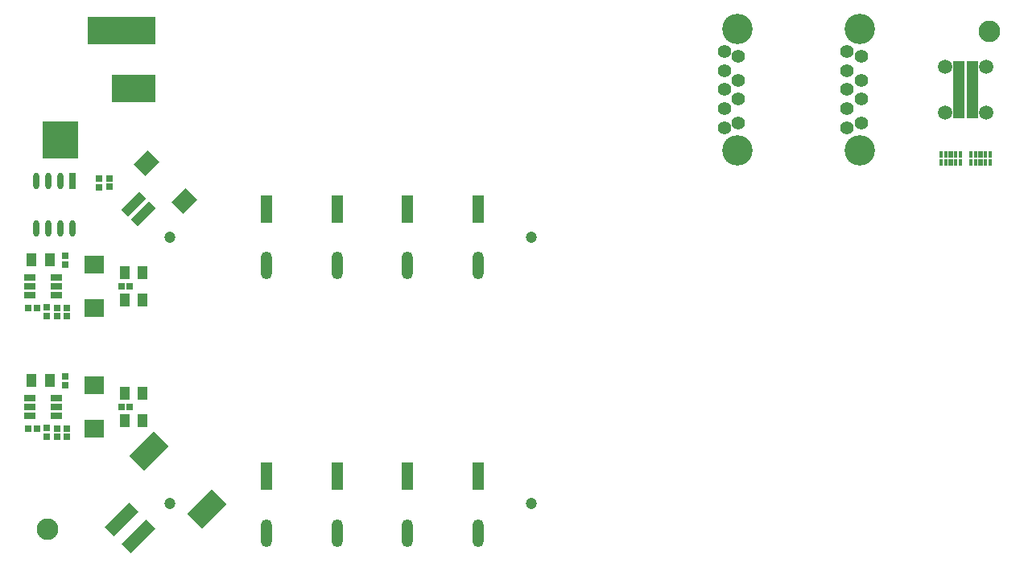
<source format=gbr>
%TF.GenerationSoftware,Altium Limited,Altium Designer,24.0.1 (36)*%
G04 Layer_Color=8388736*
%FSLAX45Y45*%
%MOMM*%
%TF.SameCoordinates,B6A243B4-E260-46CF-AFF0-E69CB888832F*%
%TF.FilePolarity,Negative*%
%TF.FileFunction,Soldermask,Top*%
%TF.Part,Single*%
G01*
G75*
%TA.AperFunction,SMDPad,CuDef*%
%ADD76R,0.70320X0.70320*%
%ADD77R,2.12321X1.92720*%
%ADD78R,1.09220X1.47320*%
%ADD79R,0.70320X0.70320*%
%ADD80R,1.20320X0.65320*%
%ADD81R,1.20320X0.50320*%
%ADD82C,2.27000*%
%TA.AperFunction,ConnectorPad*%
G04:AMPARAMS|DCode=83|XSize=2.2032mm|YSize=3.7032mm|CornerRadius=0mm|HoleSize=0mm|Usage=FLASHONLY|Rotation=315.000|XOffset=0mm|YOffset=0mm|HoleType=Round|Shape=Rectangle|*
%AMROTATEDRECTD83*
4,1,4,-2.08823,-0.53033,0.53033,2.08823,2.08823,0.53033,-0.53033,-2.08823,-2.08823,-0.53033,0.0*
%
%ADD83ROTATEDRECTD83*%

G04:AMPARAMS|DCode=84|XSize=1.4032mm|YSize=3.7032mm|CornerRadius=0mm|HoleSize=0mm|Usage=FLASHONLY|Rotation=135.000|XOffset=0mm|YOffset=0mm|HoleType=Round|Shape=Rectangle|*
%AMROTATEDRECTD84*
4,1,4,1.80539,0.81317,-0.81317,-1.80539,-1.80539,-0.81317,0.81317,1.80539,1.80539,0.81317,0.0*
%
%ADD84ROTATEDRECTD84*%

%ADD85R,3.80319X4.00319*%
%ADD86R,4.60319X3.00330*%
%ADD87R,7.20321X3.00330*%
%TA.AperFunction,SMDPad,CuDef*%
%ADD88R,1.20320X2.90320*%
%ADD89O,1.20320X2.90320*%
G04:AMPARAMS|DCode=90|XSize=1.0032mm|YSize=2.7032mm|CornerRadius=0mm|HoleSize=0mm|Usage=FLASHONLY|Rotation=315.000|XOffset=0mm|YOffset=0mm|HoleType=Round|Shape=Rectangle|*
%AMROTATEDRECTD90*
4,1,4,-1.31041,-0.60104,0.60104,1.31041,1.31041,0.60104,-0.60104,-1.31041,-1.31041,-0.60104,0.0*
%
%ADD90ROTATEDRECTD90*%

G04:AMPARAMS|DCode=91|XSize=2.1532mm|YSize=1.7032mm|CornerRadius=0mm|HoleSize=0mm|Usage=FLASHONLY|Rotation=45.000|XOffset=0mm|YOffset=0mm|HoleType=Round|Shape=Rectangle|*
%AMROTATEDRECTD91*
4,1,4,-0.15910,-1.36345,-1.36345,-0.15910,0.15910,1.36345,1.36345,0.15910,-0.15910,-1.36345,0.0*
%
%ADD91ROTATEDRECTD91*%

%ADD92R,0.70320X1.70320*%
%ADD93O,0.70320X1.70320*%
%TA.AperFunction,ComponentPad*%
%ADD94C,3.20294*%
%ADD95C,1.40208*%
%ADD96C,1.50320*%
%ADD97C,1.20320*%
G36*
X9941440Y7302259D02*
X9907440D01*
Y7372759D01*
X9941440D01*
Y7302259D01*
D02*
G37*
G36*
X9891440D02*
X9857440D01*
Y7372759D01*
X9891440D01*
Y7302259D01*
D02*
G37*
G36*
X9851440D02*
X9797440D01*
Y7372759D01*
X9851440D01*
Y7302259D01*
D02*
G37*
G36*
X9791440D02*
X9757440D01*
Y7372759D01*
X9791440D01*
Y7302259D01*
D02*
G37*
G36*
X9741440D02*
X9707440D01*
Y7372759D01*
X9741440D01*
Y7302259D01*
D02*
G37*
G36*
X9941440Y7218759D02*
X9907440D01*
Y7289259D01*
X9941440D01*
Y7218759D01*
D02*
G37*
G36*
X9891440D02*
X9857440D01*
Y7289259D01*
X9891440D01*
Y7218759D01*
D02*
G37*
G36*
X9851440D02*
X9797440D01*
Y7289259D01*
X9851440D01*
Y7218759D01*
D02*
G37*
G36*
X9791440D02*
X9757440D01*
Y7289259D01*
X9791440D01*
Y7218759D01*
D02*
G37*
G36*
X9741440D02*
X9707440D01*
Y7289259D01*
X9741440D01*
Y7218759D01*
D02*
G37*
G36*
X10255740Y7305030D02*
X10221740D01*
Y7375530D01*
X10255740D01*
Y7305030D01*
D02*
G37*
G36*
X10205740D02*
X10171740D01*
Y7375530D01*
X10205740D01*
Y7305030D01*
D02*
G37*
G36*
X10165740D02*
X10111740D01*
Y7375530D01*
X10165740D01*
Y7305030D01*
D02*
G37*
G36*
X10105740D02*
X10071740D01*
Y7375530D01*
X10105740D01*
Y7305030D01*
D02*
G37*
G36*
X10055740D02*
X10021740D01*
Y7375530D01*
X10055740D01*
Y7305030D01*
D02*
G37*
G36*
X10255740Y7221530D02*
X10221740D01*
Y7292030D01*
X10255740D01*
Y7221530D01*
D02*
G37*
G36*
X10205740D02*
X10171740D01*
Y7292030D01*
X10205740D01*
Y7221530D01*
D02*
G37*
G36*
X10165740D02*
X10111740D01*
Y7292030D01*
X10165740D01*
Y7221530D01*
D02*
G37*
G36*
X10105740D02*
X10071740D01*
Y7292030D01*
X10105740D01*
Y7221530D01*
D02*
G37*
G36*
X10055740D02*
X10021740D01*
Y7292030D01*
X10055740D01*
Y7221530D01*
D02*
G37*
D76*
X317500Y5727662D02*
D03*
Y5637662D02*
D03*
X424180Y5725160D02*
D03*
Y5640160D02*
D03*
X317500Y4367662D02*
D03*
Y4457662D02*
D03*
X510540Y4909820D02*
D03*
Y4999820D02*
D03*
X424180Y4455160D02*
D03*
Y4370160D02*
D03*
X530860Y4454837D02*
D03*
Y4369837D02*
D03*
X978740Y6998380D02*
D03*
Y7083380D02*
D03*
X866980Y7085882D02*
D03*
Y6995882D02*
D03*
X510540Y6179820D02*
D03*
Y6269820D02*
D03*
X530860Y5724837D02*
D03*
Y5639837D02*
D03*
D77*
X818822Y5720880D02*
D03*
Y6176480D02*
D03*
Y4450880D02*
D03*
Y4906480D02*
D03*
D78*
X348992Y4958072D02*
D03*
X158992D02*
D03*
X1137088Y4823460D02*
D03*
X1327088D02*
D03*
X1137088Y4533900D02*
D03*
X1327088D02*
D03*
X1137088Y5803900D02*
D03*
X1327088D02*
D03*
Y6093460D02*
D03*
X1137088D02*
D03*
X348992Y6228072D02*
D03*
X158992D02*
D03*
D79*
X213360Y4452620D02*
D03*
X123360D02*
D03*
X1102044Y4678680D02*
D03*
X1192044D02*
D03*
Y5948680D02*
D03*
X1102044D02*
D03*
X213360Y5722620D02*
D03*
X123360D02*
D03*
D80*
X423332Y4583680D02*
D03*
Y4678680D02*
D03*
Y4773680D02*
D03*
X143932D02*
D03*
Y4678680D02*
D03*
Y4583680D02*
D03*
X423332Y5853680D02*
D03*
Y5948680D02*
D03*
Y6043680D02*
D03*
X143932D02*
D03*
Y5948680D02*
D03*
Y5853680D02*
D03*
D81*
X9910203Y7896327D02*
D03*
X10054196D02*
D03*
X9910203Y7796327D02*
D03*
Y7846314D02*
D03*
Y7946314D02*
D03*
Y7996326D02*
D03*
Y7746314D02*
D03*
Y8096326D02*
D03*
Y8146313D02*
D03*
Y8196326D02*
D03*
Y8246313D02*
D03*
Y8046339D02*
D03*
Y8296326D02*
D03*
X10054196Y7796327D02*
D03*
Y7846314D02*
D03*
Y7946314D02*
D03*
Y7996326D02*
D03*
Y7746314D02*
D03*
Y8096326D02*
D03*
Y8146313D02*
D03*
Y8196326D02*
D03*
Y8246313D02*
D03*
Y8046314D02*
D03*
Y8296326D02*
D03*
D82*
X322580Y3390900D02*
D03*
X10228580Y8630920D02*
D03*
D83*
X2005389Y3605263D02*
D03*
X1393459Y4217193D02*
D03*
D84*
X1106798Y3495379D02*
D03*
X1283575Y3318602D02*
D03*
D85*
X459930Y7494549D02*
D03*
D86*
X1231710Y8029550D02*
D03*
D87*
X1101712Y8639531D02*
D03*
D88*
X4114800Y3949980D02*
D03*
X2626360D02*
D03*
X4859020D02*
D03*
X3370580D02*
D03*
X2626360Y6766840D02*
D03*
X3370580D02*
D03*
X4859020D02*
D03*
X4114800D02*
D03*
D89*
Y3349980D02*
D03*
X2626360D02*
D03*
X4859020D02*
D03*
X3370580D02*
D03*
X2626360Y6166840D02*
D03*
X3370580D02*
D03*
X4859020D02*
D03*
X4114800D02*
D03*
D90*
X1336375Y6709089D02*
D03*
X1230309Y6815155D02*
D03*
D91*
X1768983Y6849237D02*
D03*
X1370457Y7247763D02*
D03*
D92*
X586740Y7062280D02*
D03*
D93*
X459740D02*
D03*
X332740D02*
D03*
X205740D02*
D03*
X586740Y6562280D02*
D03*
X459740D02*
D03*
X332740D02*
D03*
X205740D02*
D03*
D94*
X7584440Y8661400D02*
D03*
Y7381240D02*
D03*
X8872922Y8661400D02*
D03*
Y7381240D02*
D03*
D95*
X7594346Y7671308D02*
D03*
Y7921244D02*
D03*
Y8121396D02*
D03*
Y8371332D02*
D03*
X7444486Y7621270D02*
D03*
Y7821422D02*
D03*
Y8021320D02*
D03*
Y8221218D02*
D03*
Y8421370D02*
D03*
X8882828Y7671308D02*
D03*
Y7921244D02*
D03*
Y8121396D02*
D03*
Y8371332D02*
D03*
X8732968Y7621270D02*
D03*
Y7821422D02*
D03*
Y8021320D02*
D03*
Y8221218D02*
D03*
Y8421370D02*
D03*
D96*
X10197198Y7781315D02*
D03*
X9767201D02*
D03*
Y8261325D02*
D03*
X10197198D02*
D03*
D97*
X1616116Y6469476D02*
D03*
X5416116D02*
D03*
X1616116Y3662126D02*
D03*
X5416116D02*
D03*
%TF.MD5,e838650fa041e97b830db816a372e819*%
M02*

</source>
